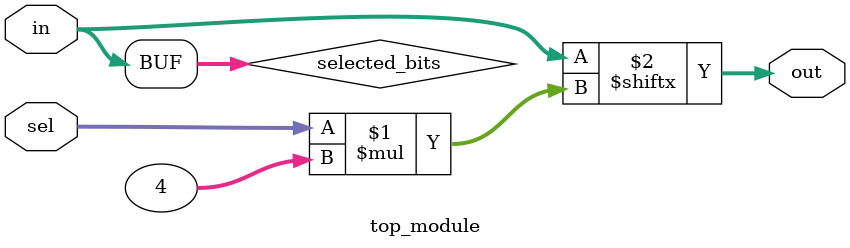
<source format=sv>
module top_module (
    input [1023:0] in,
    input [7:0] sel,
    output [3:0] out
);

localparam WORD_SIZE = 4;
localparam NUM_WORDS = 256;

wire [WORD_SIZE*NUM_WORDS-1:0] selected_bits;

assign selected_bits = in;
assign out = selected_bits[(sel*WORD_SIZE + WORD_SIZE-1) : (sel*WORD_SIZE)];

endmodule

</source>
